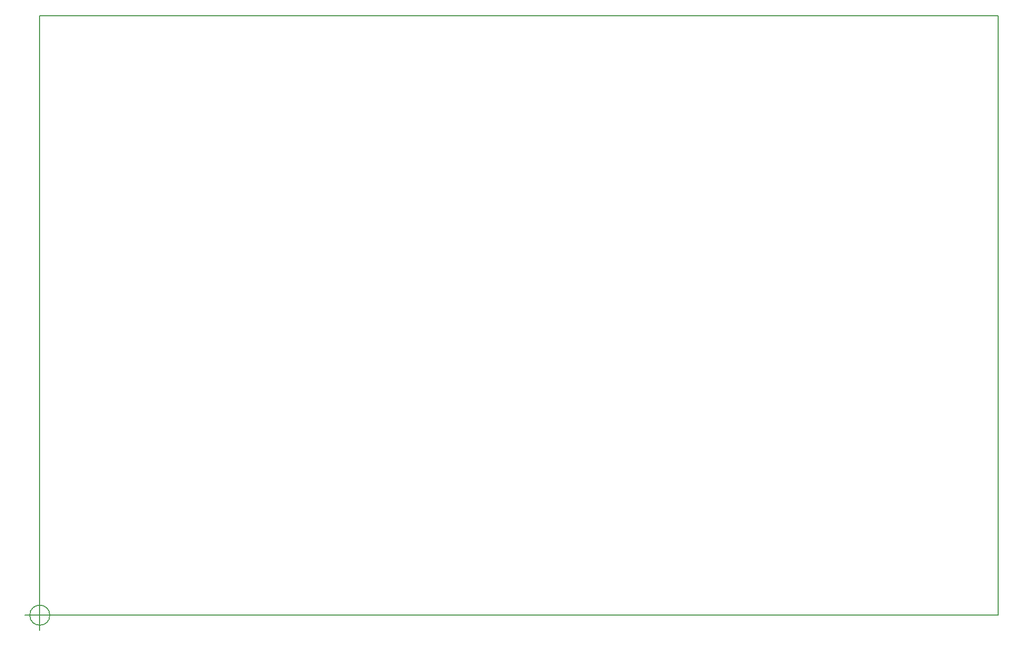
<source format=gm1>
G04 #@! TF.GenerationSoftware,KiCad,Pcbnew,(5.1.9)-1*
G04 #@! TF.CreationDate,2021-07-06T19:46:53+02:00*
G04 #@! TF.ProjectId,const_curr_measure,636f6e73-745f-4637-9572-725f6d656173,rev?*
G04 #@! TF.SameCoordinates,Original*
G04 #@! TF.FileFunction,Profile,NP*
%FSLAX46Y46*%
G04 Gerber Fmt 4.6, Leading zero omitted, Abs format (unit mm)*
G04 Created by KiCad (PCBNEW (5.1.9)-1) date 2021-07-06 19:46:53*
%MOMM*%
%LPD*%
G01*
G04 APERTURE LIST*
G04 #@! TA.AperFunction,Profile*
%ADD10C,0.150000*%
G04 #@! TD*
G04 APERTURE END LIST*
D10*
X89474666Y-153086000D02*
G75*
G03*
X89474666Y-153086000I-1666666J0D01*
G01*
X85308000Y-153086000D02*
X90308000Y-153086000D01*
X87808000Y-150586000D02*
X87808000Y-155586000D01*
X87808000Y-53086000D02*
X87808000Y-153086000D01*
X247808000Y-53086000D02*
X87808000Y-53086000D01*
X247808000Y-153086000D02*
X247808000Y-53086000D01*
X87808000Y-153086000D02*
X247808000Y-153086000D01*
M02*

</source>
